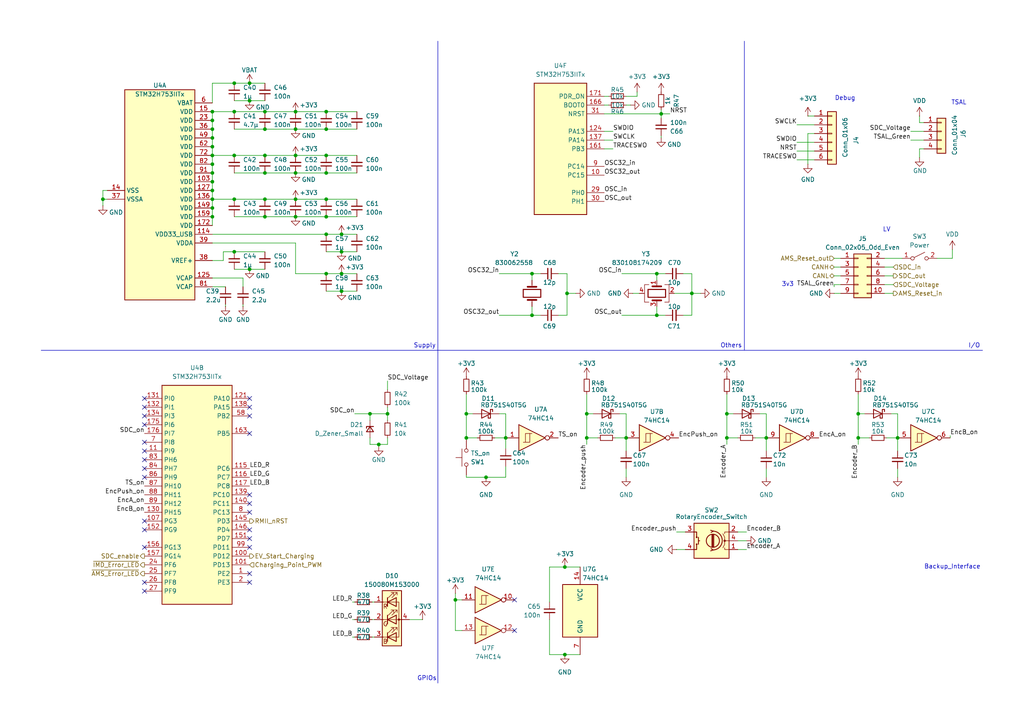
<source format=kicad_sch>
(kicad_sch
	(version 20250114)
	(generator "eeschema")
	(generator_version "9.0")
	(uuid "35b8a975-a1f8-4a47-8395-8e1ea283b386")
	(paper "A4")
	
	(text "Supply"
		(exclude_from_sim no)
		(at 123.19 100.33 0)
		(effects
			(font
				(size 1.27 1.27)
			)
		)
		(uuid "131e0615-657c-4f59-929d-0b7601842308")
	)
	(text "Backup_Interface"
		(exclude_from_sim no)
		(at 276.225 164.465 0)
		(effects
			(font
				(size 1.27 1.27)
			)
		)
		(uuid "15d77424-d13c-4f90-9f96-be8bf1adf8cc")
	)
	(text "3v3"
		(exclude_from_sim no)
		(at 226.695 82.55 0)
		(effects
			(font
				(size 1.27 1.27)
			)
			(justify left)
		)
		(uuid "364922e6-446e-413c-878a-bdcedb16435f")
	)
	(text "Debug"
		(exclude_from_sim no)
		(at 245.11 28.575 0)
		(effects
			(font
				(size 1.27 1.27)
			)
		)
		(uuid "79c5fecb-7e44-4b5c-b26a-b9a1ead8d6a7")
	)
	(text "GPIOs"
		(exclude_from_sim no)
		(at 123.825 196.85 0)
		(effects
			(font
				(size 1.27 1.27)
			)
		)
		(uuid "874e0f0d-b925-486e-858d-0f71e7baf11c")
	)
	(text "Others"
		(exclude_from_sim no)
		(at 212.09 100.33 0)
		(effects
			(font
				(size 1.27 1.27)
			)
		)
		(uuid "8c39beda-3239-4b4d-a394-cb66f7a7e4ef")
	)
	(text "LV"
		(exclude_from_sim no)
		(at 257.175 66.675 0)
		(effects
			(font
				(size 1.27 1.27)
			)
		)
		(uuid "8e72c987-571c-4fd1-98e2-d688bb9b9a23")
	)
	(text "TSAL"
		(exclude_from_sim no)
		(at 278.13 29.845 0)
		(effects
			(font
				(size 1.27 1.27)
			)
		)
		(uuid "b0e08e63-728e-465b-a9bb-a2354a70eaa5")
	)
	(text "I/O"
		(exclude_from_sim no)
		(at 282.575 100.33 0)
		(effects
			(font
				(size 1.27 1.27)
			)
		)
		(uuid "f89b8e88-7ad7-41ce-a0a0-f0fc435a26ef")
	)
	(junction
		(at 210.82 127)
		(diameter 0)
		(color 0 0 0 0)
		(uuid "03054f2e-9208-4716-83d7-1967059eae49")
	)
	(junction
		(at 170.18 120.015)
		(diameter 0)
		(color 0 0 0 0)
		(uuid "04edc9c4-6ba3-413b-80a1-5be3abfb178c")
	)
	(junction
		(at 61.595 60.325)
		(diameter 0)
		(color 0 0 0 0)
		(uuid "0639ff6d-0fa4-4a92-9101-ae69b2e89fd2")
	)
	(junction
		(at 135.255 127)
		(diameter 0)
		(color 0 0 0 0)
		(uuid "0da62957-c2c4-4942-91bd-ffb8d4251c5e")
	)
	(junction
		(at 67.945 32.385)
		(diameter 0)
		(color 0 0 0 0)
		(uuid "1277a601-4d5f-42fb-a0c5-a1f18ba0016e")
	)
	(junction
		(at 260.35 127)
		(diameter 0)
		(color 0 0 0 0)
		(uuid "1ec9d057-6b69-4bff-b2f9-d0b216a47459")
	)
	(junction
		(at 181.61 127)
		(diameter 0)
		(color 0 0 0 0)
		(uuid "1fbd7fc5-8c6d-4ada-afcb-22c60ceb9e34")
	)
	(junction
		(at 132.08 173.99)
		(diameter 0)
		(color 0 0 0 0)
		(uuid "2372f2f0-8b6b-4ba0-8156-48184e2d7c4f")
	)
	(junction
		(at 163.83 164.465)
		(diameter 0)
		(color 0 0 0 0)
		(uuid "32af624e-2218-4443-87a1-2186e9d667d8")
	)
	(junction
		(at 248.92 120.015)
		(diameter 0)
		(color 0 0 0 0)
		(uuid "37d9dbe4-82b9-4615-805a-2f19a542c56e")
	)
	(junction
		(at 170.18 127)
		(diameter 0)
		(color 0 0 0 0)
		(uuid "384fafa7-2dc2-475f-b12a-20aa52e1d930")
	)
	(junction
		(at 112.395 120.015)
		(diameter 0)
		(color 0 0 0 0)
		(uuid "38d409b5-2312-4643-b1fc-fd0131fce598")
	)
	(junction
		(at 67.945 57.785)
		(diameter 0)
		(color 0 0 0 0)
		(uuid "3a44a5b6-35e6-477b-bf34-724cef99df7e")
	)
	(junction
		(at 61.595 32.385)
		(diameter 0)
		(color 0 0 0 0)
		(uuid "3b2e415b-e57a-4f5e-b680-987d6e0ee75d")
	)
	(junction
		(at 76.835 45.085)
		(diameter 0)
		(color 0 0 0 0)
		(uuid "412c5816-2822-46ca-a32f-61cb431bfe1e")
	)
	(junction
		(at 61.595 34.925)
		(diameter 0)
		(color 0 0 0 0)
		(uuid "430d2d22-0f07-45e6-a066-ebb18e98b45d")
	)
	(junction
		(at 94.615 79.375)
		(diameter 0)
		(color 0 0 0 0)
		(uuid "432f5d77-435d-4ec6-8d84-c3578eca972e")
	)
	(junction
		(at 85.725 50.165)
		(diameter 0)
		(color 0 0 0 0)
		(uuid "43f5a8a8-38be-4f74-81aa-71bbc42e5709")
	)
	(junction
		(at 248.92 127)
		(diameter 0)
		(color 0 0 0 0)
		(uuid "46587df5-c4cb-464f-b081-46b2e985f2df")
	)
	(junction
		(at 99.06 84.455)
		(diameter 0)
		(color 0 0 0 0)
		(uuid "4904ae19-57ee-4766-a793-026af6184969")
	)
	(junction
		(at 61.595 57.785)
		(diameter 0)
		(color 0 0 0 0)
		(uuid "4a33e8c1-b15f-4db0-b29d-1dd2148aad9a")
	)
	(junction
		(at 85.725 57.785)
		(diameter 0)
		(color 0 0 0 0)
		(uuid "4bd9b2ee-526d-4e54-8543-852c7a6f1074")
	)
	(junction
		(at 61.595 40.005)
		(diameter 0)
		(color 0 0 0 0)
		(uuid "4bef900f-dc66-42af-b560-e8cc8d6a6bce")
	)
	(junction
		(at 61.595 37.465)
		(diameter 0)
		(color 0 0 0 0)
		(uuid "4c2b925c-0792-420d-8f18-1f562d9b6ba2")
	)
	(junction
		(at 99.06 73.025)
		(diameter 0)
		(color 0 0 0 0)
		(uuid "4ff38491-b732-4bec-930a-4ca407ceb858")
	)
	(junction
		(at 107.315 120.015)
		(diameter 0)
		(color 0 0 0 0)
		(uuid "543660ff-ca23-4fad-8505-bcc3272f30b0")
	)
	(junction
		(at 164.465 85.09)
		(diameter 0)
		(color 0 0 0 0)
		(uuid "556ed635-fced-44e3-845c-f708c990d149")
	)
	(junction
		(at 163.83 189.865)
		(diameter 0)
		(color 0 0 0 0)
		(uuid "57546ade-761b-45ef-9890-daec7eb5d082")
	)
	(junction
		(at 94.615 67.945)
		(diameter 0)
		(color 0 0 0 0)
		(uuid "58f143f7-5a5b-4ff8-89cf-03a63964eb53")
	)
	(junction
		(at 190.5 79.375)
		(diameter 0)
		(color 0 0 0 0)
		(uuid "592f8bd9-4310-4fe4-b840-3718d5a08ff0")
	)
	(junction
		(at 85.725 37.465)
		(diameter 0)
		(color 0 0 0 0)
		(uuid "5a46c399-0f9f-4049-86b9-32bfb792b0a4")
	)
	(junction
		(at 67.945 24.13)
		(diameter 0)
		(color 0 0 0 0)
		(uuid "5ee7831a-b9cd-4699-8b90-ccd7a33a516a")
	)
	(junction
		(at 94.615 62.865)
		(diameter 0)
		(color 0 0 0 0)
		(uuid "62af3ba4-2380-4137-9c4c-8f703fa148db")
	)
	(junction
		(at 222.25 127)
		(diameter 0)
		(color 0 0 0 0)
		(uuid "68357784-7318-43f3-becd-152fcf669e7d")
	)
	(junction
		(at 85.725 32.385)
		(diameter 0)
		(color 0 0 0 0)
		(uuid "6b4ae941-68bd-4806-b564-6051c3e374f6")
	)
	(junction
		(at 61.595 47.625)
		(diameter 0)
		(color 0 0 0 0)
		(uuid "6e7d6e8b-008e-46f2-97bf-300e301fcdc5")
	)
	(junction
		(at 72.39 29.21)
		(diameter 0)
		(color 0 0 0 0)
		(uuid "84972f59-b0b8-441f-aae9-7917b0ac015f")
	)
	(junction
		(at 85.725 45.085)
		(diameter 0)
		(color 0 0 0 0)
		(uuid "84d185bd-171c-460f-91bf-66aa757880e7")
	)
	(junction
		(at 76.835 37.465)
		(diameter 0)
		(color 0 0 0 0)
		(uuid "8a3e42ba-433e-476e-bec8-923cd84f46fb")
	)
	(junction
		(at 61.595 52.705)
		(diameter 0)
		(color 0 0 0 0)
		(uuid "93864b3d-3224-4702-bf3d-2ed04340069c")
	)
	(junction
		(at 99.06 79.375)
		(diameter 0)
		(color 0 0 0 0)
		(uuid "9e0818cf-2913-43d0-81ad-5fd7c6a3ddb1")
	)
	(junction
		(at 140.97 138.43)
		(diameter 0)
		(color 0 0 0 0)
		(uuid "a2af58c6-5f1e-4b3e-b0c0-12a279005486")
	)
	(junction
		(at 76.835 50.165)
		(diameter 0)
		(color 0 0 0 0)
		(uuid "a8da62c7-b5b2-4a05-8568-ce944b258201")
	)
	(junction
		(at 190.5 91.44)
		(diameter 0)
		(color 0 0 0 0)
		(uuid "ac9f37a4-8446-4a5b-a6ff-9f608799a097")
	)
	(junction
		(at 61.595 50.165)
		(diameter 0)
		(color 0 0 0 0)
		(uuid "b510fd1a-117a-465f-a751-9a561bd2ac96")
	)
	(junction
		(at 61.595 42.545)
		(diameter 0)
		(color 0 0 0 0)
		(uuid "b530e2a2-741c-4c76-ace0-7d60e6d206ce")
	)
	(junction
		(at 135.255 120.015)
		(diameter 0)
		(color 0 0 0 0)
		(uuid "b5323042-cbc4-4c6d-8b55-da362d9db400")
	)
	(junction
		(at 94.615 57.785)
		(diameter 0)
		(color 0 0 0 0)
		(uuid "bca7b570-75fa-40a7-a5dd-b415eee9e6fa")
	)
	(junction
		(at 94.615 50.165)
		(diameter 0)
		(color 0 0 0 0)
		(uuid "bcf0274b-9b82-4ddd-b442-da13a9d22e46")
	)
	(junction
		(at 67.945 73.025)
		(diameter 0)
		(color 0 0 0 0)
		(uuid "bdeb1722-eb35-4647-a7e0-350ed2e01785")
	)
	(junction
		(at 200.66 85.09)
		(diameter 0)
		(color 0 0 0 0)
		(uuid "c2234057-b903-484a-a2e3-a32a8859901c")
	)
	(junction
		(at 85.725 62.865)
		(diameter 0)
		(color 0 0 0 0)
		(uuid "c55b6c0a-705b-4ad7-afc8-beda683bc62e")
	)
	(junction
		(at 67.945 45.085)
		(diameter 0)
		(color 0 0 0 0)
		(uuid "ced6b67c-b589-447b-b173-eb3d5278bd77")
	)
	(junction
		(at 99.06 67.945)
		(diameter 0)
		(color 0 0 0 0)
		(uuid "ceeeb9fd-c3cf-438c-9822-df85739f3524")
	)
	(junction
		(at 191.77 33.02)
		(diameter 0)
		(color 0 0 0 0)
		(uuid "d01fb329-49c1-4312-9a86-8c2522e92a75")
	)
	(junction
		(at 72.39 24.13)
		(diameter 0)
		(color 0 0 0 0)
		(uuid "d181dd89-adb0-44ef-b5de-42f46220a519")
	)
	(junction
		(at 154.305 91.44)
		(diameter 0)
		(color 0 0 0 0)
		(uuid "d62f36d0-5342-483c-96b2-d979dd1cfd28")
	)
	(junction
		(at 154.305 79.375)
		(diameter 0)
		(color 0 0 0 0)
		(uuid "d7b6fc6c-855c-4ad5-b8db-ffb1631d4d8e")
	)
	(junction
		(at 29.845 57.785)
		(diameter 0)
		(color 0 0 0 0)
		(uuid "da4a391a-8756-4bbe-ad5d-6a5d7cc0698f")
	)
	(junction
		(at 72.39 78.105)
		(diameter 0)
		(color 0 0 0 0)
		(uuid "dc976682-daa7-427b-b632-e4e6f1b2f4a5")
	)
	(junction
		(at 146.685 127)
		(diameter 0)
		(color 0 0 0 0)
		(uuid "ddd035ed-81df-49e3-9245-82755440f4a5")
	)
	(junction
		(at 61.595 55.245)
		(diameter 0)
		(color 0 0 0 0)
		(uuid "e0d34c7c-a2c8-4d45-a4be-7edc074c7759")
	)
	(junction
		(at 210.82 120.015)
		(diameter 0)
		(color 0 0 0 0)
		(uuid "e28988d6-1ee7-4e20-9f02-35f81af9ff26")
	)
	(junction
		(at 94.615 32.385)
		(diameter 0)
		(color 0 0 0 0)
		(uuid "e6ae9a3e-d48c-4e18-9235-74fe81b4c978")
	)
	(junction
		(at 61.595 62.865)
		(diameter 0)
		(color 0 0 0 0)
		(uuid "eea696d1-0980-4f7d-9ba9-1ff3dcb2b606")
	)
	(junction
		(at 76.835 57.785)
		(diameter 0)
		(color 0 0 0 0)
		(uuid "f3f74bf6-10b1-4218-bfb6-61ef3118c054")
	)
	(junction
		(at 76.835 62.865)
		(diameter 0)
		(color 0 0 0 0)
		(uuid "f5150f2b-4683-49e5-a470-3066104142ee")
	)
	(junction
		(at 61.595 45.085)
		(diameter 0)
		(color 0 0 0 0)
		(uuid "f5abb69e-3023-40b6-8c88-ffed31815111")
	)
	(junction
		(at 76.835 32.385)
		(diameter 0)
		(color 0 0 0 0)
		(uuid "f71381d7-d154-4117-8ffa-0d9e641e8953")
	)
	(junction
		(at 94.615 45.085)
		(diameter 0)
		(color 0 0 0 0)
		(uuid "fa07ce36-60e8-4ebb-8b80-5cc0f863054d")
	)
	(junction
		(at 94.615 37.465)
		(diameter 0)
		(color 0 0 0 0)
		(uuid "fea021c6-6169-4cbd-bd9b-0c0e6e7bdfc0")
	)
	(junction
		(at 109.855 128.905)
		(diameter 0)
		(color 0 0 0 0)
		(uuid "fee4a54d-fd10-4b4f-97f2-238b76d9efae")
	)
	(no_connect
		(at 72.39 153.67)
		(uuid "0979849e-710e-47b6-86d7-e9c688b9aa11")
	)
	(no_connect
		(at 72.39 143.51)
		(uuid "13083978-a433-486d-9ce7-3968dc7190da")
	)
	(no_connect
		(at 41.91 123.19)
		(uuid "146ce1fc-bec7-4dc3-ab48-bc46d796fe51")
	)
	(no_connect
		(at 72.39 166.37)
		(uuid "184e0b37-2f9c-4056-97b4-ef1a017e4ee4")
	)
	(no_connect
		(at 41.91 168.91)
		(uuid "1ab33352-5df0-41d3-8a2b-70622302d93e")
	)
	(no_connect
		(at 41.91 115.57)
		(uuid "23ed13f4-98b6-439c-b825-aece08b8acca")
	)
	(no_connect
		(at 72.39 168.91)
		(uuid "280c6123-36ed-4032-a8fb-23625e9cbf40")
	)
	(no_connect
		(at 149.225 182.88)
		(uuid "29403ca2-cc18-4015-b634-200487c369b9")
	)
	(no_connect
		(at 72.39 118.11)
		(uuid "3071b2a9-834c-4d88-bf39-2726c506937e")
	)
	(no_connect
		(at 72.39 156.21)
		(uuid "4f5fb956-ecd3-4e6a-b104-4f11672ec02d")
	)
	(no_connect
		(at 72.39 115.57)
		(uuid "554342c8-e8a6-401a-9844-51d2683b8c11")
	)
	(no_connect
		(at 72.39 148.59)
		(uuid "56d7413a-87a1-4ad6-8dbd-0da9468a8192")
	)
	(no_connect
		(at 41.91 153.67)
		(uuid "5cb0fac4-5588-43dd-a51e-c4f003bc7824")
	)
	(no_connect
		(at 41.91 171.45)
		(uuid "7e0e686d-2fb2-4695-9b96-f6d8257bde24")
	)
	(no_connect
		(at 149.225 173.99)
		(uuid "8cf95af1-9033-42fe-8297-3430137568f8")
	)
	(no_connect
		(at 72.39 146.05)
		(uuid "9c567fc2-914f-47ce-9a54-4d0e0f7c77a2")
	)
	(no_connect
		(at 72.39 125.73)
		(uuid "ae028c46-c4c0-44a8-ab15-5a3221e64571")
	)
	(no_connect
		(at 41.91 158.75)
		(uuid "b2a1bafe-da14-4fcd-aca9-95c91fcd2301")
	)
	(no_connect
		(at 41.91 120.65)
		(uuid "bf91d5ab-3192-49f6-a0f3-cb8a4dc750a6")
	)
	(no_connect
		(at 41.91 138.43)
		(uuid "c17d3ccd-81ba-4fdd-af5d-4cffde13a405")
	)
	(no_connect
		(at 41.91 133.35)
		(uuid "c2dec42b-d8b6-4fba-8ad8-3058ad41867c")
	)
	(no_connect
		(at 41.91 130.81)
		(uuid "cb35255e-15c1-4414-bab0-36e7e6123437")
	)
	(no_connect
		(at 72.39 120.65)
		(uuid "cf225bd0-a812-4259-9c6d-76bce07b2df2")
	)
	(no_connect
		(at 41.91 135.89)
		(uuid "cf870591-39f4-4cb8-9b41-ec579bc32917")
	)
	(no_connect
		(at 41.91 151.13)
		(uuid "d187bd36-9147-40e9-9890-05ffb8be5838")
	)
	(no_connect
		(at 41.91 128.27)
		(uuid "d944d886-a214-438d-bf39-c2249697a1c3")
	)
	(no_connect
		(at 41.91 118.11)
		(uuid "db10fffb-96cd-4cae-b23e-174ce2da0ba8")
	)
	(no_connect
		(at 72.39 158.75)
		(uuid "e38f9f38-fab1-4a5d-8735-35ab6dacc3c2")
	)
	(wire
		(pts
			(xy 29.845 55.245) (xy 29.845 57.785)
		)
		(stroke
			(width 0)
			(type default)
		)
		(uuid "032e93c1-425f-4fcb-aba6-03ae1c74082b")
	)
	(wire
		(pts
			(xy 61.595 50.165) (xy 61.595 52.705)
		)
		(stroke
			(width 0)
			(type default)
		)
		(uuid "04debeef-549a-4c39-927b-69f1f0139e70")
	)
	(wire
		(pts
			(xy 102.235 184.785) (xy 102.87 184.785)
		)
		(stroke
			(width 0)
			(type default)
		)
		(uuid "05c2eb4c-a567-4a7b-9a8b-6cba89516905")
	)
	(wire
		(pts
			(xy 163.83 164.465) (xy 159.385 164.465)
		)
		(stroke
			(width 0)
			(type default)
		)
		(uuid "07a82d9a-9ca8-4d08-8726-f180541b7083")
	)
	(wire
		(pts
			(xy 94.615 84.455) (xy 99.06 84.455)
		)
		(stroke
			(width 0)
			(type default)
		)
		(uuid "0897e0f0-120b-400e-bb14-897e40e7b02d")
	)
	(wire
		(pts
			(xy 61.595 45.085) (xy 61.595 47.625)
		)
		(stroke
			(width 0)
			(type default)
		)
		(uuid "097118d6-edc8-4348-b70f-10344c435092")
	)
	(wire
		(pts
			(xy 276.225 74.93) (xy 271.78 74.93)
		)
		(stroke
			(width 0)
			(type default)
		)
		(uuid "0abfaed6-42e2-4ebd-ac06-07b93585aba9")
	)
	(wire
		(pts
			(xy 210.82 127) (xy 210.82 120.015)
		)
		(stroke
			(width 0)
			(type default)
		)
		(uuid "0acb257e-2494-4ba3-9e68-77f675c74b58")
	)
	(wire
		(pts
			(xy 132.08 173.99) (xy 133.985 173.99)
		)
		(stroke
			(width 0)
			(type default)
		)
		(uuid "0c12a21c-7010-4ff8-acfb-f02a5c09dbb8")
	)
	(wire
		(pts
			(xy 266.7 33.655) (xy 266.7 35.56)
		)
		(stroke
			(width 0)
			(type default)
		)
		(uuid "0e5c1ed1-997f-463b-a28c-687c838c6c3e")
	)
	(wire
		(pts
			(xy 164.465 79.375) (xy 161.925 79.375)
		)
		(stroke
			(width 0)
			(type default)
		)
		(uuid "0f6e8366-0d81-4da7-9f30-62173a06d853")
	)
	(wire
		(pts
			(xy 144.78 91.44) (xy 154.305 91.44)
		)
		(stroke
			(width 0)
			(type default)
		)
		(uuid "0f761e8c-44a9-43ba-8303-ba52fba04da2")
	)
	(wire
		(pts
			(xy 94.615 32.385) (xy 103.505 32.385)
		)
		(stroke
			(width 0)
			(type default)
		)
		(uuid "0fa1f5e0-0ffe-4f7d-bf74-e541cdb35448")
	)
	(wire
		(pts
			(xy 67.945 29.21) (xy 72.39 29.21)
		)
		(stroke
			(width 0)
			(type default)
		)
		(uuid "104524c5-4e85-46bb-8fcf-6e42d9b60b65")
	)
	(wire
		(pts
			(xy 196.215 154.305) (xy 198.755 154.305)
		)
		(stroke
			(width 0)
			(type default)
		)
		(uuid "10bcdded-64db-4cbe-937c-70873d7cfb8e")
	)
	(wire
		(pts
			(xy 154.305 88.9) (xy 154.305 91.44)
		)
		(stroke
			(width 0)
			(type default)
		)
		(uuid "11e88f10-3504-432d-b8ed-d3a2e1236c08")
	)
	(wire
		(pts
			(xy 159.385 179.705) (xy 159.385 189.865)
		)
		(stroke
			(width 0)
			(type default)
		)
		(uuid "12993ed2-1dc1-4d0e-86ff-959c1d8c40f6")
	)
	(wire
		(pts
			(xy 156.845 79.375) (xy 154.305 79.375)
		)
		(stroke
			(width 0)
			(type default)
		)
		(uuid "13465972-5b15-4360-a8d8-10dafd7f715f")
	)
	(wire
		(pts
			(xy 61.595 80.645) (xy 70.485 80.645)
		)
		(stroke
			(width 0)
			(type default)
		)
		(uuid "148b4878-4176-450e-a5d5-e6bfe383516f")
	)
	(wire
		(pts
			(xy 276.225 72.39) (xy 276.225 74.93)
		)
		(stroke
			(width 0)
			(type default)
		)
		(uuid "149f6158-2d55-4904-9005-6a7af8f5b0bd")
	)
	(wire
		(pts
			(xy 61.595 70.485) (xy 85.725 70.485)
		)
		(stroke
			(width 0)
			(type default)
		)
		(uuid "17aaff2b-efe1-44db-8c2b-80df99259895")
	)
	(wire
		(pts
			(xy 266.7 45.72) (xy 266.7 43.18)
		)
		(stroke
			(width 0)
			(type default)
		)
		(uuid "17af4a42-5d6e-4b1d-a623-823e298f89ff")
	)
	(wire
		(pts
			(xy 248.92 127) (xy 248.92 120.015)
		)
		(stroke
			(width 0)
			(type default)
		)
		(uuid "189cc12e-17f9-4ac7-a5e3-046d825e6b14")
	)
	(wire
		(pts
			(xy 99.06 67.945) (xy 103.505 67.945)
		)
		(stroke
			(width 0)
			(type default)
		)
		(uuid "1a1d5fa7-6a93-453f-bf03-bdc034a2e77b")
	)
	(wire
		(pts
			(xy 94.615 57.785) (xy 103.505 57.785)
		)
		(stroke
			(width 0)
			(type default)
		)
		(uuid "1c4dff5e-c946-4edf-b17e-21144a60469e")
	)
	(wire
		(pts
			(xy 241.935 77.47) (xy 243.84 77.47)
		)
		(stroke
			(width 0)
			(type default)
		)
		(uuid "1d2e0e02-2515-4d66-aeb3-65162d89a3f4")
	)
	(wire
		(pts
			(xy 184.785 27.94) (xy 181.61 27.94)
		)
		(stroke
			(width 0)
			(type default)
		)
		(uuid "1f04f8da-308f-4d4b-b645-ba6a9e3ab5d0")
	)
	(wire
		(pts
			(xy 76.835 32.385) (xy 85.725 32.385)
		)
		(stroke
			(width 0)
			(type default)
		)
		(uuid "1faf3668-c96e-4421-a896-b7c77f08f668")
	)
	(wire
		(pts
			(xy 61.595 83.185) (xy 65.405 83.185)
		)
		(stroke
			(width 0)
			(type default)
		)
		(uuid "1ffb5664-1168-4c3c-85d6-4fdbdf0c4e6e")
	)
	(wire
		(pts
			(xy 264.16 38.1) (xy 267.97 38.1)
		)
		(stroke
			(width 0)
			(type default)
		)
		(uuid "24d23fd4-dde8-468b-82b9-b8390fc82a84")
	)
	(wire
		(pts
			(xy 135.255 120.015) (xy 135.255 114.3)
		)
		(stroke
			(width 0)
			(type default)
		)
		(uuid "24dd2109-d885-4f25-9b95-438c9c83cf53")
	)
	(wire
		(pts
			(xy 180.34 91.44) (xy 190.5 91.44)
		)
		(stroke
			(width 0)
			(type default)
		)
		(uuid "253dfb7b-e994-492e-9366-0b579cd2b921")
	)
	(wire
		(pts
			(xy 175.26 43.18) (xy 177.8 43.18)
		)
		(stroke
			(width 0)
			(type default)
		)
		(uuid "2648ca35-0d3b-41fc-a0c7-4426c47646af")
	)
	(wire
		(pts
			(xy 178.435 127) (xy 181.61 127)
		)
		(stroke
			(width 0)
			(type default)
		)
		(uuid "2648ed24-8d46-4019-81af-59cb3d3be6ef")
	)
	(wire
		(pts
			(xy 191.77 31.75) (xy 191.77 33.02)
		)
		(stroke
			(width 0)
			(type default)
		)
		(uuid "26c33951-823a-4537-8b37-6d067360a301")
	)
	(wire
		(pts
			(xy 112.395 128.905) (xy 112.395 127)
		)
		(stroke
			(width 0)
			(type default)
		)
		(uuid "2c4f26c5-5c63-4935-8730-31c29fa84cce")
	)
	(wire
		(pts
			(xy 181.61 127) (xy 181.61 130.81)
		)
		(stroke
			(width 0)
			(type default)
		)
		(uuid "2cdd5f51-0d96-4792-81bb-d51b64b09cb3")
	)
	(wire
		(pts
			(xy 61.595 24.13) (xy 67.945 24.13)
		)
		(stroke
			(width 0)
			(type default)
		)
		(uuid "309416c5-01a5-479d-b151-4aa15c679aae")
	)
	(wire
		(pts
			(xy 85.725 79.375) (xy 94.615 79.375)
		)
		(stroke
			(width 0)
			(type default)
		)
		(uuid "310b3c16-f636-42e3-92d9-8323bba36848")
	)
	(wire
		(pts
			(xy 76.835 37.465) (xy 85.725 37.465)
		)
		(stroke
			(width 0)
			(type default)
		)
		(uuid "330ea2aa-85e8-4ceb-99f4-7100f8ce0417")
	)
	(wire
		(pts
			(xy 191.77 33.02) (xy 194.31 33.02)
		)
		(stroke
			(width 0)
			(type default)
		)
		(uuid "347806f3-c012-4e14-b373-8933bd8734e0")
	)
	(wire
		(pts
			(xy 76.835 57.785) (xy 85.725 57.785)
		)
		(stroke
			(width 0)
			(type default)
		)
		(uuid "36d2f170-42d7-42b6-bedf-1e807c2cdfa4")
	)
	(wire
		(pts
			(xy 132.08 182.88) (xy 133.985 182.88)
		)
		(stroke
			(width 0)
			(type default)
		)
		(uuid "37e53374-fbe2-4c94-9df6-af2d252aceb1")
	)
	(wire
		(pts
			(xy 212.725 120.015) (xy 210.82 120.015)
		)
		(stroke
			(width 0)
			(type default)
		)
		(uuid "3d2600c5-4b7c-4f1d-afa3-11b5c6dcb5c5")
	)
	(wire
		(pts
			(xy 61.595 42.545) (xy 61.595 45.085)
		)
		(stroke
			(width 0)
			(type default)
		)
		(uuid "3ef07bc0-0d1b-4958-a3ce-4224cfe09f5c")
	)
	(wire
		(pts
			(xy 175.26 30.48) (xy 176.53 30.48)
		)
		(stroke
			(width 0)
			(type default)
		)
		(uuid "403943a3-7606-4350-b9f9-7a83a426e950")
	)
	(wire
		(pts
			(xy 107.315 120.015) (xy 107.315 121.92)
		)
		(stroke
			(width 0)
			(type default)
		)
		(uuid "40f3fbab-c25f-4c9a-a6ab-fb4449cf418a")
	)
	(wire
		(pts
			(xy 67.945 73.025) (xy 76.835 73.025)
		)
		(stroke
			(width 0)
			(type default)
		)
		(uuid "41a4017a-ed14-481c-94d2-358f975fdabf")
	)
	(wire
		(pts
			(xy 146.685 135.255) (xy 146.685 138.43)
		)
		(stroke
			(width 0)
			(type default)
		)
		(uuid "42a6c1c1-0bec-4a64-ba97-022485632b2c")
	)
	(wire
		(pts
			(xy 196.215 159.385) (xy 198.755 159.385)
		)
		(stroke
			(width 0)
			(type default)
		)
		(uuid "45efd4b5-380f-4cd4-904f-cf4fa9f9daec")
	)
	(wire
		(pts
			(xy 99.06 79.375) (xy 103.505 79.375)
		)
		(stroke
			(width 0)
			(type default)
		)
		(uuid "4744999c-668b-4ef7-aadc-3605c6b773bc")
	)
	(wire
		(pts
			(xy 181.61 120.015) (xy 179.705 120.015)
		)
		(stroke
			(width 0)
			(type default)
		)
		(uuid "49c65d79-8bc2-442d-ab86-201154fc87cc")
	)
	(wire
		(pts
			(xy 241.935 82.55) (xy 243.84 82.55)
		)
		(stroke
			(width 0)
			(type default)
		)
		(uuid "4a8c75fc-97c8-4a4c-ae30-d2dd3740701b")
	)
	(wire
		(pts
			(xy 94.615 67.945) (xy 99.06 67.945)
		)
		(stroke
			(width 0)
			(type default)
		)
		(uuid "4b920d01-933a-491c-99e7-03b14beb823a")
	)
	(wire
		(pts
			(xy 31.115 57.785) (xy 29.845 57.785)
		)
		(stroke
			(width 0)
			(type default)
		)
		(uuid "4d5c3bc0-56ca-42fc-9e4b-f425c7170797")
	)
	(wire
		(pts
			(xy 64.77 75.565) (xy 64.77 73.025)
		)
		(stroke
			(width 0)
			(type default)
		)
		(uuid "50907a1c-ae3b-4cb2-8b1f-a2bbd698e6e7")
	)
	(wire
		(pts
			(xy 164.465 85.09) (xy 164.465 79.375)
		)
		(stroke
			(width 0)
			(type default)
		)
		(uuid "50b98742-cad0-4c19-a7a0-a62a29ac5fcc")
	)
	(wire
		(pts
			(xy 222.25 120.015) (xy 220.345 120.015)
		)
		(stroke
			(width 0)
			(type default)
		)
		(uuid "5191c369-027d-4092-b2b8-93d2603c665e")
	)
	(wire
		(pts
			(xy 260.35 135.89) (xy 260.35 138.43)
		)
		(stroke
			(width 0)
			(type default)
		)
		(uuid "5248ae66-747b-402d-b1e1-3923ddbceb53")
	)
	(wire
		(pts
			(xy 109.855 129.54) (xy 109.855 128.905)
		)
		(stroke
			(width 0)
			(type default)
		)
		(uuid "55392592-7026-4f7e-ac69-d16b34d6c332")
	)
	(wire
		(pts
			(xy 193.04 79.375) (xy 190.5 79.375)
		)
		(stroke
			(width 0)
			(type default)
		)
		(uuid "555e9d66-742b-4eec-a060-e02888a73929")
	)
	(wire
		(pts
			(xy 146.685 127) (xy 146.685 120.015)
		)
		(stroke
			(width 0)
			(type default)
		)
		(uuid "55cfb840-558a-4935-83f9-4eb19eacb4b8")
	)
	(wire
		(pts
			(xy 175.26 38.1) (xy 177.8 38.1)
		)
		(stroke
			(width 0)
			(type default)
		)
		(uuid "57d04a43-6d2e-4867-91ea-a8b774abf2a0")
	)
	(wire
		(pts
			(xy 190.5 79.375) (xy 190.5 81.28)
		)
		(stroke
			(width 0)
			(type default)
		)
		(uuid "5a7fb71b-fa03-4ad2-9d6d-61e0ee9e0398")
	)
	(wire
		(pts
			(xy 72.39 78.105) (xy 76.835 78.105)
		)
		(stroke
			(width 0)
			(type default)
		)
		(uuid "5aff9e20-a3fa-44e2-b265-1bacc7296e59")
	)
	(polyline
		(pts
			(xy 215.9 11.938) (xy 215.9 101.6)
		)
		(stroke
			(width 0)
			(type default)
		)
		(uuid "5d5a5bf6-27d1-48b9-96a5-b3ec58aa8e29")
	)
	(wire
		(pts
			(xy 191.77 34.29) (xy 191.77 33.02)
		)
		(stroke
			(width 0)
			(type default)
		)
		(uuid "60b71a6b-1157-4946-bc97-0a3329be562e")
	)
	(wire
		(pts
			(xy 163.83 189.865) (xy 168.275 189.865)
		)
		(stroke
			(width 0)
			(type default)
		)
		(uuid "6135ec72-54f1-443e-a5b5-c37342bd387e")
	)
	(wire
		(pts
			(xy 107.95 179.705) (xy 108.585 179.705)
		)
		(stroke
			(width 0)
			(type default)
		)
		(uuid "62b842d4-cccf-48c1-93fb-672495a4281c")
	)
	(wire
		(pts
			(xy 85.725 32.385) (xy 94.615 32.385)
		)
		(stroke
			(width 0)
			(type default)
		)
		(uuid "6303d52b-100d-46f3-a928-30836b82f1cc")
	)
	(wire
		(pts
			(xy 94.615 50.165) (xy 103.505 50.165)
		)
		(stroke
			(width 0)
			(type default)
		)
		(uuid "6396b971-f44f-406f-9e4e-0613cb6bf000")
	)
	(wire
		(pts
			(xy 135.255 127.635) (xy 135.255 127)
		)
		(stroke
			(width 0)
			(type default)
		)
		(uuid "64e3a189-c1ad-459d-995d-a0035f523f27")
	)
	(wire
		(pts
			(xy 112.395 120.015) (xy 107.315 120.015)
		)
		(stroke
			(width 0)
			(type default)
		)
		(uuid "6625ace8-7df0-49fe-be18-552f69797353")
	)
	(wire
		(pts
			(xy 72.39 24.13) (xy 76.835 24.13)
		)
		(stroke
			(width 0)
			(type default)
		)
		(uuid "67d92ab7-6b27-413e-9d68-7d1c5c2811e8")
	)
	(wire
		(pts
			(xy 67.945 37.465) (xy 76.835 37.465)
		)
		(stroke
			(width 0)
			(type default)
		)
		(uuid "6806237e-7ade-4701-8b03-154f1dcd585d")
	)
	(wire
		(pts
			(xy 61.595 57.785) (xy 61.595 60.325)
		)
		(stroke
			(width 0)
			(type default)
		)
		(uuid "6a586c9f-68a8-4812-82a9-a5e31d2a3515")
	)
	(wire
		(pts
			(xy 170.18 127) (xy 170.18 120.015)
		)
		(stroke
			(width 0)
			(type default)
		)
		(uuid "6be6246e-4199-4714-be23-b158dcd26c83")
	)
	(wire
		(pts
			(xy 170.18 120.015) (xy 170.18 114.3)
		)
		(stroke
			(width 0)
			(type default)
		)
		(uuid "6d08ff60-dd10-45f6-8a05-095ee98a5730")
	)
	(wire
		(pts
			(xy 118.745 179.705) (xy 122.555 179.705)
		)
		(stroke
			(width 0)
			(type default)
		)
		(uuid "6d45df03-d4db-468d-b940-85424d61490f")
	)
	(wire
		(pts
			(xy 184.785 26.67) (xy 184.785 27.94)
		)
		(stroke
			(width 0)
			(type default)
		)
		(uuid "6d4f3bce-43e5-4382-80fd-e1bf727cadaf")
	)
	(wire
		(pts
			(xy 264.16 40.64) (xy 267.97 40.64)
		)
		(stroke
			(width 0)
			(type default)
		)
		(uuid "6e4c3d8c-0039-454c-9ed5-ebed97a25dfd")
	)
	(wire
		(pts
			(xy 200.66 91.44) (xy 200.66 85.09)
		)
		(stroke
			(width 0)
			(type default)
		)
		(uuid "6e65cf2f-79a8-42d3-a1d9-dc3348bdfd63")
	)
	(wire
		(pts
			(xy 260.35 127) (xy 260.35 130.81)
		)
		(stroke
			(width 0)
			(type default)
		)
		(uuid "6ef6778b-bc85-4d70-ac90-14af113f39b0")
	)
	(wire
		(pts
			(xy 234.315 38.735) (xy 236.22 38.735)
		)
		(stroke
			(width 0)
			(type default)
		)
		(uuid "6f73b510-add9-447a-a656-606690f47875")
	)
	(wire
		(pts
			(xy 190.5 91.44) (xy 193.04 91.44)
		)
		(stroke
			(width 0)
			(type default)
		)
		(uuid "703d9349-c8a4-4a59-8d3d-5b12a6be4b90")
	)
	(wire
		(pts
			(xy 181.61 135.89) (xy 181.61 138.43)
		)
		(stroke
			(width 0)
			(type default)
		)
		(uuid "72e34599-0c42-46a0-9c0b-77a570bf18de")
	)
	(wire
		(pts
			(xy 64.77 73.025) (xy 67.945 73.025)
		)
		(stroke
			(width 0)
			(type default)
		)
		(uuid "73b6ecd5-6c6d-4016-bd27-0a2d8d9f1dcb")
	)
	(wire
		(pts
			(xy 222.25 135.89) (xy 222.25 138.43)
		)
		(stroke
			(width 0)
			(type default)
		)
		(uuid "758d34b8-5e0c-4d3e-a8e7-0bf6f0655aa8")
	)
	(wire
		(pts
			(xy 94.615 79.375) (xy 99.06 79.375)
		)
		(stroke
			(width 0)
			(type default)
		)
		(uuid "75c1b770-6d91-48ed-b5bb-2a7474ec1302")
	)
	(wire
		(pts
			(xy 248.92 120.015) (xy 248.92 114.3)
		)
		(stroke
			(width 0)
			(type default)
		)
		(uuid "75c4b408-7bb5-4316-be8b-144dfb3a0679")
	)
	(wire
		(pts
			(xy 109.855 128.905) (xy 112.395 128.905)
		)
		(stroke
			(width 0)
			(type default)
		)
		(uuid "7914a7e9-5528-4149-9398-b8c7534f01a7")
	)
	(wire
		(pts
			(xy 94.615 37.465) (xy 103.505 37.465)
		)
		(stroke
			(width 0)
			(type default)
		)
		(uuid "79b4f1a0-ad3e-42ad-8d4d-96fdacee2d98")
	)
	(wire
		(pts
			(xy 222.25 127) (xy 222.25 120.015)
		)
		(stroke
			(width 0)
			(type default)
		)
		(uuid "7a70a435-d0a5-4728-9fe3-488b103c0ff1")
	)
	(wire
		(pts
			(xy 61.595 75.565) (xy 64.77 75.565)
		)
		(stroke
			(width 0)
			(type default)
		)
		(uuid "7af938fc-d107-4e8b-b420-77fc02771c52")
	)
	(wire
		(pts
			(xy 275.59 127) (xy 275.59 126.365)
		)
		(stroke
			(width 0)
			(type default)
		)
		(uuid "7f725b4f-659d-48ef-a319-985a2cbfb908")
	)
	(wire
		(pts
			(xy 219.075 127) (xy 222.25 127)
		)
		(stroke
			(width 0)
			(type default)
		)
		(uuid "839b782e-28ab-428d-b1be-7822af7b71cb")
	)
	(wire
		(pts
			(xy 180.34 79.375) (xy 190.5 79.375)
		)
		(stroke
			(width 0)
			(type default)
		)
		(uuid "83a55d68-4ab7-4179-9354-0c5cc77b1c73")
	)
	(wire
		(pts
			(xy 76.835 50.165) (xy 85.725 50.165)
		)
		(stroke
			(width 0)
			(type default)
		)
		(uuid "84e3fdd0-3727-441e-a756-9e0c64b0f45f")
	)
	(polyline
		(pts
			(xy 127 11.938) (xy 127 101.6)
		)
		(stroke
			(width 0)
			(type default)
		)
		(uuid "84f38b85-0f5d-4a4b-80bb-696a14d4aafa")
	)
	(wire
		(pts
			(xy 140.97 138.43) (xy 146.685 138.43)
		)
		(stroke
			(width 0)
			(type default)
		)
		(uuid "86313ec9-c45c-40da-8b43-e3bfab508203")
	)
	(wire
		(pts
			(xy 248.92 127) (xy 252.095 127)
		)
		(stroke
			(width 0)
			(type default)
		)
		(uuid "86947a20-bfbb-470f-ade3-d9f6007b69ac")
	)
	(wire
		(pts
			(xy 175.26 40.64) (xy 177.8 40.64)
		)
		(stroke
			(width 0)
			(type default)
		)
		(uuid "88b8f5b6-3715-41e0-a3a8-0d0e3a6c1e02")
	)
	(wire
		(pts
			(xy 168.275 164.465) (xy 163.83 164.465)
		)
		(stroke
			(width 0)
			(type default)
		)
		(uuid "89e32d00-bc94-4885-82e0-5dd30728688e")
	)
	(wire
		(pts
			(xy 61.595 67.945) (xy 94.615 67.945)
		)
		(stroke
			(width 0)
			(type default)
		)
		(uuid "8b6d86c8-a76b-4172-a3e3-318a9ff50aa3")
	)
	(polyline
		(pts
			(xy 127 101.6) (xy 127 198.12)
		)
		(stroke
			(width 0)
			(type default)
		)
		(uuid "8bcf0b4a-6f01-4a5f-b0f5-c84531e850c3")
	)
	(wire
		(pts
			(xy 260.35 120.015) (xy 258.445 120.015)
		)
		(stroke
			(width 0)
			(type default)
		)
		(uuid "8c19e9ff-e4ef-4483-a680-8e6b2961edcb")
	)
	(wire
		(pts
			(xy 210.82 127) (xy 213.995 127)
		)
		(stroke
			(width 0)
			(type default)
		)
		(uuid "8c3414c8-1f18-4d52-9d18-92efb010e968")
	)
	(wire
		(pts
			(xy 102.235 174.625) (xy 102.87 174.625)
		)
		(stroke
			(width 0)
			(type default)
		)
		(uuid "8ebbf762-fbce-49fe-bfeb-dcdacafb24c4")
	)
	(wire
		(pts
			(xy 231.14 41.275) (xy 236.22 41.275)
		)
		(stroke
			(width 0)
			(type default)
		)
		(uuid "9010c615-b8dc-48be-91ed-68e32181e1d7")
	)
	(wire
		(pts
			(xy 190.5 88.9) (xy 190.5 91.44)
		)
		(stroke
			(width 0)
			(type default)
		)
		(uuid "901b9b2d-ac73-44b7-895b-ec05897b6639")
	)
	(wire
		(pts
			(xy 200.66 85.09) (xy 203.2 85.09)
		)
		(stroke
			(width 0)
			(type default)
		)
		(uuid "9093e411-b067-4966-8fa8-328292f3ebea")
	)
	(wire
		(pts
			(xy 61.595 55.245) (xy 61.595 57.785)
		)
		(stroke
			(width 0)
			(type default)
		)
		(uuid "90b8ebde-31c8-4847-a287-5f7fd9675ba3")
	)
	(wire
		(pts
			(xy 243.84 85.09) (xy 241.935 85.09)
		)
		(stroke
			(width 0)
			(type default)
		)
		(uuid "91741062-b740-4586-b9f4-922451ae440c")
	)
	(wire
		(pts
			(xy 170.18 128.905) (xy 170.18 127)
		)
		(stroke
			(width 0)
			(type default)
		)
		(uuid "964c4c95-0edc-42d0-810d-ad4479439d49")
	)
	(wire
		(pts
			(xy 99.06 73.025) (xy 103.505 73.025)
		)
		(stroke
			(width 0)
			(type default)
		)
		(uuid "973662df-2e27-4c95-a259-713a9d128e46")
	)
	(wire
		(pts
			(xy 159.385 164.465) (xy 159.385 174.625)
		)
		(stroke
			(width 0)
			(type default)
		)
		(uuid "978df144-cdde-4d69-8b01-c4fe7024360a")
	)
	(wire
		(pts
			(xy 154.305 91.44) (xy 156.845 91.44)
		)
		(stroke
			(width 0)
			(type default)
		)
		(uuid "97ede80a-b5b1-4149-b441-4a9a24261021")
	)
	(wire
		(pts
			(xy 29.845 57.785) (xy 29.845 59.69)
		)
		(stroke
			(width 0)
			(type default)
		)
		(uuid "98d5f97d-76ee-4339-9fcb-0aad1bffdd91")
	)
	(wire
		(pts
			(xy 200.66 85.09) (xy 195.58 85.09)
		)
		(stroke
			(width 0)
			(type default)
		)
		(uuid "9cc1ff3f-cefe-4a7e-b237-e926d6edbe05")
	)
	(wire
		(pts
			(xy 266.7 35.56) (xy 267.97 35.56)
		)
		(stroke
			(width 0)
			(type default)
		)
		(uuid "9d514266-0ddd-4350-a00d-f23dcaf52f6f")
	)
	(wire
		(pts
			(xy 107.315 120.015) (xy 102.87 120.015)
		)
		(stroke
			(width 0)
			(type default)
		)
		(uuid "9d8b6b7c-364f-4e1a-8da5-3819b2a08675")
	)
	(wire
		(pts
			(xy 241.935 83.185) (xy 241.935 82.55)
		)
		(stroke
			(width 0)
			(type default)
		)
		(uuid "9f544dbe-c4bf-4ea9-ae26-92987485c5f5")
	)
	(wire
		(pts
			(xy 61.595 47.625) (xy 61.595 50.165)
		)
		(stroke
			(width 0)
			(type default)
		)
		(uuid "9f9ae461-b89c-4786-9861-dda1960da6f7")
	)
	(wire
		(pts
			(xy 67.945 24.13) (xy 72.39 24.13)
		)
		(stroke
			(width 0)
			(type default)
		)
		(uuid "a10ab475-065e-44da-aa1e-4acd1b79678e")
	)
	(wire
		(pts
			(xy 85.725 62.865) (xy 94.615 62.865)
		)
		(stroke
			(width 0)
			(type default)
		)
		(uuid "a1794c33-030e-4353-b243-ecbb43184f8d")
	)
	(wire
		(pts
			(xy 146.685 127) (xy 146.685 130.175)
		)
		(stroke
			(width 0)
			(type default)
		)
		(uuid "a492a2d2-690f-48ce-8b67-44ff70ef9cd0")
	)
	(wire
		(pts
			(xy 94.615 73.025) (xy 99.06 73.025)
		)
		(stroke
			(width 0)
			(type default)
		)
		(uuid "a5b56033-b81b-415f-a7ab-e84f87f8230e")
	)
	(wire
		(pts
			(xy 200.66 85.09) (xy 200.66 79.375)
		)
		(stroke
			(width 0)
			(type default)
		)
		(uuid "a5ffdd7d-d73d-4f19-a48a-67b6dccc47b4")
	)
	(wire
		(pts
			(xy 112.395 113.03) (xy 112.395 110.49)
		)
		(stroke
			(width 0)
			(type default)
		)
		(uuid "a718020f-1fd0-4ca7-bf42-8f95f5bffabc")
	)
	(wire
		(pts
			(xy 175.26 33.02) (xy 191.77 33.02)
		)
		(stroke
			(width 0)
			(type default)
		)
		(uuid "a7538366-43ba-4f57-a90e-c52e3d942daa")
	)
	(wire
		(pts
			(xy 135.255 138.43) (xy 135.255 137.795)
		)
		(stroke
			(width 0)
			(type default)
		)
		(uuid "a87a4e21-be8f-4c97-aa39-590f7357b5aa")
	)
	(wire
		(pts
			(xy 67.945 32.385) (xy 76.835 32.385)
		)
		(stroke
			(width 0)
			(type default)
		)
		(uuid "a904c53b-8e3e-4bc5-a27f-7383e8f2953d")
	)
	(wire
		(pts
			(xy 260.35 127) (xy 260.35 120.015)
		)
		(stroke
			(width 0)
			(type default)
		)
		(uuid "a9068bf5-f10c-47f0-993f-76eee5b0d4a3")
	)
	(wire
		(pts
			(xy 256.54 74.93) (xy 261.62 74.93)
		)
		(stroke
			(width 0)
			(type default)
		)
		(uuid "aa32e37b-0a16-4d8d-9d0d-b8b5ce96dcc7")
	)
	(wire
		(pts
			(xy 107.315 127) (xy 107.315 128.905)
		)
		(stroke
			(width 0)
			(type default)
		)
		(uuid "ab4c4cc5-a5bf-4039-a008-37765ef8eb1e")
	)
	(wire
		(pts
			(xy 248.92 128.905) (xy 248.92 127)
		)
		(stroke
			(width 0)
			(type default)
		)
		(uuid "abc310cb-857c-4753-b28e-44fa907af802")
	)
	(wire
		(pts
			(xy 85.725 37.465) (xy 94.615 37.465)
		)
		(stroke
			(width 0)
			(type default)
		)
		(uuid "abd2ae2c-7f6e-41ad-b5a6-a31e8ed94f3d")
	)
	(wire
		(pts
			(xy 170.18 127) (xy 173.355 127)
		)
		(stroke
			(width 0)
			(type default)
		)
		(uuid "ac89e3fd-dd43-4a14-8ceb-8cbdca514b96")
	)
	(wire
		(pts
			(xy 67.945 57.785) (xy 76.835 57.785)
		)
		(stroke
			(width 0)
			(type default)
		)
		(uuid "ae0acb81-b15c-450b-a2ac-387ea9ab04b3")
	)
	(wire
		(pts
			(xy 61.595 45.085) (xy 67.945 45.085)
		)
		(stroke
			(width 0)
			(type default)
		)
		(uuid "aff8a17b-3015-4cf1-8e0d-8ef617a730ba")
	)
	(wire
		(pts
			(xy 164.465 85.09) (xy 167.005 85.09)
		)
		(stroke
			(width 0)
			(type default)
		)
		(uuid "b02cc84c-3b43-429e-8e86-e6e1d1ce361b")
	)
	(wire
		(pts
			(xy 61.595 32.385) (xy 61.595 34.925)
		)
		(stroke
			(width 0)
			(type default)
		)
		(uuid "b1ae31fb-1a94-46ff-a0d3-79e8bfa3c878")
	)
	(wire
		(pts
			(xy 85.725 70.485) (xy 85.725 79.375)
		)
		(stroke
			(width 0)
			(type default)
		)
		
... [202896 chars truncated]
</source>
